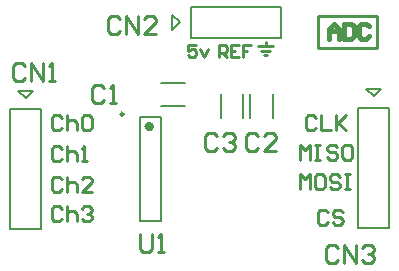
<source format=gto>
G04*
G04 #@! TF.GenerationSoftware,Altium Limited,Altium Designer,24.5.2 (23)*
G04*
G04 Layer_Color=65535*
%FSLAX25Y25*%
%MOIN*%
G70*
G04*
G04 #@! TF.SameCoordinates,01A352D6-3B51-4183-BB44-945251ACD641*
G04*
G04*
G04 #@! TF.FilePolarity,Positive*
G04*
G01*
G75*
%ADD10C,0.00984*%
%ADD11C,0.01575*%
%ADD12C,0.01000*%
%ADD13C,0.00500*%
%ADD14C,0.00787*%
%ADD15C,0.01500*%
D10*
X46555Y58465D02*
G03*
X46555Y58465I-492J0D01*
G01*
D11*
X55905Y54291D02*
G03*
X55905Y54291I-787J0D01*
G01*
D12*
X111500Y80500D02*
X131000D01*
X111500Y91000D02*
X131000D01*
Y80500D02*
Y91000D01*
X111500Y80500D02*
Y91000D01*
X94000Y81000D02*
Y82500D01*
X93500Y78000D02*
X94500D01*
X92500Y79500D02*
X95500D01*
X91500Y81000D02*
X96500D01*
X78500Y77501D02*
Y81500D01*
X80499D01*
X81166Y80834D01*
Y79501D01*
X80499Y78834D01*
X78500D01*
X79833D02*
X81166Y77501D01*
X85164Y81500D02*
X82499D01*
Y77501D01*
X85164D01*
X82499Y79501D02*
X83832D01*
X89163Y81500D02*
X86497D01*
Y79501D01*
X87830D01*
X86497D01*
Y77501D01*
X70666Y81500D02*
X68000D01*
Y79501D01*
X69333Y80167D01*
X69999D01*
X70666Y79501D01*
Y78168D01*
X69999Y77501D01*
X68666D01*
X68000Y78168D01*
X71999Y80167D02*
X73332Y77501D01*
X74664Y80167D01*
X114568Y25726D02*
X113735Y26559D01*
X112069D01*
X111236Y25726D01*
Y22394D01*
X112069Y21561D01*
X113735D01*
X114568Y22394D01*
X119567Y25726D02*
X118734Y26559D01*
X117068D01*
X116235Y25726D01*
Y24893D01*
X117068Y24060D01*
X118734D01*
X119567Y23227D01*
Y22394D01*
X118734Y21561D01*
X117068D01*
X116235Y22394D01*
X105331Y43214D02*
Y48213D01*
X106997Y46547D01*
X108663Y48213D01*
Y43214D01*
X110329Y48213D02*
X111995D01*
X111162D01*
Y43214D01*
X110329D01*
X111995D01*
X117827Y47379D02*
X116994Y48213D01*
X115328D01*
X114494Y47379D01*
Y46547D01*
X115328Y45713D01*
X116994D01*
X117827Y44880D01*
Y44047D01*
X116994Y43214D01*
X115328D01*
X114494Y44047D01*
X121992Y48213D02*
X120326D01*
X119493Y47379D01*
Y44047D01*
X120326Y43214D01*
X121992D01*
X122825Y44047D01*
Y47379D01*
X121992Y48213D01*
X110632Y57222D02*
X109798Y58055D01*
X108132D01*
X107299Y57222D01*
Y53890D01*
X108132Y53057D01*
X109798D01*
X110632Y53890D01*
X112298Y58055D02*
Y53057D01*
X115630D01*
X117296Y58055D02*
Y53057D01*
Y54723D01*
X120628Y58055D01*
X118129Y55556D01*
X120628Y53057D01*
X105331Y33372D02*
Y38370D01*
X106997Y36704D01*
X108663Y38370D01*
Y33372D01*
X112828Y38370D02*
X111162D01*
X110329Y37537D01*
Y34205D01*
X111162Y33372D01*
X112828D01*
X113661Y34205D01*
Y37537D01*
X112828Y38370D01*
X118660Y37537D02*
X117827Y38370D01*
X116161D01*
X115328Y37537D01*
Y36704D01*
X116161Y35871D01*
X117827D01*
X118660Y35038D01*
Y34205D01*
X117827Y33372D01*
X116161D01*
X115328Y34205D01*
X120326Y38370D02*
X121992D01*
X121159D01*
Y33372D01*
X120326D01*
X121992D01*
X25986Y26907D02*
X25153Y27740D01*
X23487D01*
X22654Y26907D01*
Y23575D01*
X23487Y22742D01*
X25153D01*
X25986Y23575D01*
X27652Y27740D02*
Y22742D01*
Y25241D01*
X28485Y26074D01*
X30151D01*
X30984Y25241D01*
Y22742D01*
X32650Y26907D02*
X33483Y27740D01*
X35149D01*
X35983Y26907D01*
Y26074D01*
X35149Y25241D01*
X34316D01*
X35149D01*
X35983Y24408D01*
Y23575D01*
X35149Y22742D01*
X33483D01*
X32650Y23575D01*
X25986Y36750D02*
X25153Y37583D01*
X23487D01*
X22654Y36750D01*
Y33417D01*
X23487Y32584D01*
X25153D01*
X25986Y33417D01*
X27652Y37583D02*
Y32584D01*
Y35083D01*
X28485Y35917D01*
X30151D01*
X30984Y35083D01*
Y32584D01*
X35983D02*
X32650D01*
X35983Y35917D01*
Y36750D01*
X35149Y37583D01*
X33483D01*
X32650Y36750D01*
X25986Y46986D02*
X25153Y47819D01*
X23487D01*
X22654Y46986D01*
Y43654D01*
X23487Y42821D01*
X25153D01*
X25986Y43654D01*
X27652Y47819D02*
Y42821D01*
Y45320D01*
X28485Y46153D01*
X30151D01*
X30984Y45320D01*
Y42821D01*
X32650D02*
X34316D01*
X33483D01*
Y47819D01*
X32650Y46986D01*
X25986Y57222D02*
X25153Y58055D01*
X23487D01*
X22654Y57222D01*
Y53890D01*
X23487Y53057D01*
X25153D01*
X25986Y53890D01*
X27652Y58055D02*
Y53057D01*
Y55556D01*
X28485Y56389D01*
X30151D01*
X30984Y55556D01*
Y53057D01*
X32650Y57222D02*
X33483Y58055D01*
X35149D01*
X35983Y57222D01*
Y53890D01*
X35149Y53057D01*
X33483D01*
X32650Y53890D01*
Y57222D01*
X45501Y89999D02*
X44502Y90999D01*
X42502D01*
X41503Y89999D01*
Y86001D01*
X42502Y85001D01*
X44502D01*
X45501Y86001D01*
X47501Y85001D02*
Y90999D01*
X51499Y85001D01*
Y90999D01*
X57497Y85001D02*
X53499D01*
X57497Y89000D01*
Y89999D01*
X56498Y90999D01*
X54498D01*
X53499Y89999D01*
X52001Y18499D02*
Y13501D01*
X53001Y12501D01*
X55000D01*
X56000Y13501D01*
Y18499D01*
X57999Y12501D02*
X59999D01*
X58999D01*
Y18499D01*
X57999Y17499D01*
X118049Y13810D02*
X117049Y14810D01*
X115050D01*
X114050Y13810D01*
Y9812D01*
X115050Y8812D01*
X117049D01*
X118049Y9812D01*
X120048Y8812D02*
Y14810D01*
X124047Y8812D01*
Y14810D01*
X126046Y13810D02*
X127046Y14810D01*
X129045D01*
X130045Y13810D01*
Y12811D01*
X129045Y11811D01*
X128045D01*
X129045D01*
X130045Y10811D01*
Y9812D01*
X129045Y8812D01*
X127046D01*
X126046Y9812D01*
X13599Y74498D02*
X12599Y75498D01*
X10600D01*
X9600Y74498D01*
Y70500D01*
X10600Y69500D01*
X12599D01*
X13599Y70500D01*
X15598Y69500D02*
Y75498D01*
X19597Y69500D01*
Y75498D01*
X21596Y69500D02*
X23595D01*
X22596D01*
Y75498D01*
X21596Y74498D01*
X77741Y51212D02*
X76741Y52212D01*
X74742D01*
X73742Y51212D01*
Y47213D01*
X74742Y46214D01*
X76741D01*
X77741Y47213D01*
X79740Y51212D02*
X80739Y52212D01*
X82739D01*
X83738Y51212D01*
Y50212D01*
X82739Y49213D01*
X81739D01*
X82739D01*
X83738Y48213D01*
Y47213D01*
X82739Y46214D01*
X80739D01*
X79740Y47213D01*
X91520Y51212D02*
X90520Y52212D01*
X88521D01*
X87521Y51212D01*
Y47213D01*
X88521Y46214D01*
X90520D01*
X91520Y47213D01*
X97518Y46214D02*
X93519D01*
X97518Y50212D01*
Y51212D01*
X96518Y52212D01*
X94519D01*
X93519Y51212D01*
X40000Y66999D02*
X39000Y67999D01*
X37001D01*
X36001Y66999D01*
Y63001D01*
X37001Y62001D01*
X39000D01*
X40000Y63001D01*
X41999Y62001D02*
X43999D01*
X42999D01*
Y67999D01*
X41999Y66999D01*
D13*
X99000Y83803D02*
Y94000D01*
X69000D02*
X99000D01*
X62750Y86500D02*
X65250Y89000D01*
X62750Y86500D02*
Y91500D01*
X65250Y89000D01*
X69000Y83803D02*
Y94000D01*
Y83803D02*
X99000D01*
X124724Y20630D02*
Y60590D01*
X134921D01*
X129921Y64341D02*
X132421Y66840D01*
X127421D02*
X132421D01*
X127421D02*
X129921Y64341D01*
X134921Y20630D02*
Y60590D01*
X124724Y20630D02*
X134921D01*
X58992Y61211D02*
X66992D01*
X58992Y68711D02*
X66992D01*
X78927Y57024D02*
Y65024D01*
X86427Y57024D02*
Y65024D01*
X88770Y57024D02*
Y65024D01*
X96270Y57024D02*
Y65024D01*
X8803Y20039D02*
Y60000D01*
X19000D01*
X14000Y63750D02*
X16500Y66250D01*
X11500D02*
X16500D01*
X11500D02*
X14000Y63750D01*
X19000Y20039D02*
Y60000D01*
X8803Y20039D02*
X19000D01*
D14*
X51968Y22795D02*
Y57441D01*
X59055Y22795D02*
Y57441D01*
X51968D02*
X59055D01*
X51968Y22795D02*
X59055D01*
D15*
X115000Y83502D02*
Y86834D01*
X116666Y88500D01*
X118332Y86834D01*
Y83502D01*
Y86001D01*
X115000D01*
X119998Y88500D02*
Y83502D01*
X122498D01*
X123331Y84335D01*
Y87667D01*
X122498Y88500D01*
X119998D01*
X128329Y87667D02*
X127496Y88500D01*
X125830D01*
X124997Y87667D01*
Y84335D01*
X125830Y83502D01*
X127496D01*
X128329Y84335D01*
M02*

</source>
